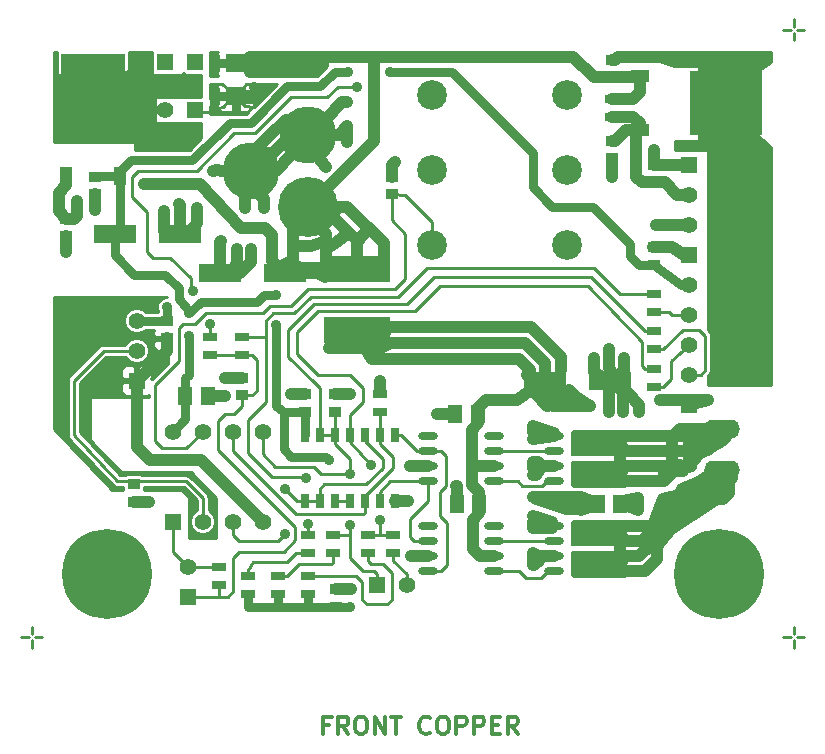
<source format=gtl>
G04 (created by PCBNEW (2013-07-07 BZR 4022)-stable) date 2/14/2016 6:55:42 AM*
%MOIN*%
G04 Gerber Fmt 3.4, Leading zero omitted, Abs format*
%FSLAX34Y34*%
G01*
G70*
G90*
G04 APERTURE LIST*
%ADD10C,0.00590551*%
%ADD11C,0.011811*%
%ADD12C,0.008*%
%ADD13C,0.022*%
%ADD14O,0.065X0.025*%
%ADD15R,0.025X0.05*%
%ADD16R,0.045X0.025*%
%ADD17R,0.055X0.055*%
%ADD18C,0.055*%
%ADD19O,0.12X0.062*%
%ADD20O,0.12X0.063*%
%ADD21R,0.221X0.091*%
%ADD22C,0.19*%
%ADD23C,0.2*%
%ADD24C,0.099*%
%ADD25C,0.3*%
%ADD26R,0.141701X0.063*%
%ADD27R,0.0394016X0.0354016*%
%ADD28R,0.0629016X0.0392992*%
%ADD29R,0.244X0.2125*%
%ADD30R,0.0512X0.059*%
%ADD31R,0.0392992X0.0629016*%
%ADD32R,0.2125X0.244*%
%ADD33R,0.071X0.063*%
%ADD34C,0.04*%
%ADD35C,0.035*%
%ADD36C,0.01*%
%ADD37C,0.04*%
%ADD38C,0.03*%
G04 APERTURE END LIST*
G54D10*
G54D11*
X34512Y-35679D02*
X34316Y-35679D01*
X34316Y-35989D02*
X34316Y-35398D01*
X34597Y-35398D01*
X35159Y-35989D02*
X34962Y-35707D01*
X34822Y-35989D02*
X34822Y-35398D01*
X35047Y-35398D01*
X35103Y-35426D01*
X35131Y-35454D01*
X35159Y-35510D01*
X35159Y-35595D01*
X35131Y-35651D01*
X35103Y-35679D01*
X35047Y-35707D01*
X34822Y-35707D01*
X35525Y-35398D02*
X35637Y-35398D01*
X35693Y-35426D01*
X35750Y-35482D01*
X35778Y-35595D01*
X35778Y-35792D01*
X35750Y-35904D01*
X35693Y-35960D01*
X35637Y-35989D01*
X35525Y-35989D01*
X35469Y-35960D01*
X35412Y-35904D01*
X35384Y-35792D01*
X35384Y-35595D01*
X35412Y-35482D01*
X35469Y-35426D01*
X35525Y-35398D01*
X36031Y-35989D02*
X36031Y-35398D01*
X36368Y-35989D01*
X36368Y-35398D01*
X36565Y-35398D02*
X36903Y-35398D01*
X36734Y-35989D02*
X36734Y-35398D01*
X37887Y-35932D02*
X37859Y-35960D01*
X37774Y-35989D01*
X37718Y-35989D01*
X37634Y-35960D01*
X37578Y-35904D01*
X37550Y-35848D01*
X37521Y-35735D01*
X37521Y-35651D01*
X37550Y-35539D01*
X37578Y-35482D01*
X37634Y-35426D01*
X37718Y-35398D01*
X37774Y-35398D01*
X37859Y-35426D01*
X37887Y-35454D01*
X38253Y-35398D02*
X38365Y-35398D01*
X38421Y-35426D01*
X38478Y-35482D01*
X38506Y-35595D01*
X38506Y-35792D01*
X38478Y-35904D01*
X38421Y-35960D01*
X38365Y-35989D01*
X38253Y-35989D01*
X38196Y-35960D01*
X38140Y-35904D01*
X38112Y-35792D01*
X38112Y-35595D01*
X38140Y-35482D01*
X38196Y-35426D01*
X38253Y-35398D01*
X38759Y-35989D02*
X38759Y-35398D01*
X38984Y-35398D01*
X39040Y-35426D01*
X39068Y-35454D01*
X39096Y-35510D01*
X39096Y-35595D01*
X39068Y-35651D01*
X39040Y-35679D01*
X38984Y-35707D01*
X38759Y-35707D01*
X39349Y-35989D02*
X39349Y-35398D01*
X39574Y-35398D01*
X39630Y-35426D01*
X39659Y-35454D01*
X39687Y-35510D01*
X39687Y-35595D01*
X39659Y-35651D01*
X39630Y-35679D01*
X39574Y-35707D01*
X39349Y-35707D01*
X39940Y-35679D02*
X40137Y-35679D01*
X40221Y-35989D02*
X39940Y-35989D01*
X39940Y-35398D01*
X40221Y-35398D01*
X40812Y-35989D02*
X40615Y-35707D01*
X40474Y-35989D02*
X40474Y-35398D01*
X40699Y-35398D01*
X40755Y-35426D01*
X40783Y-35454D01*
X40812Y-35510D01*
X40812Y-35595D01*
X40783Y-35651D01*
X40755Y-35679D01*
X40699Y-35707D01*
X40474Y-35707D01*
G54D12*
X42620Y-26910D02*
X42620Y-27680D01*
X44420Y-27680D02*
X44420Y-26910D01*
X44420Y-26910D02*
X42620Y-26910D01*
G54D13*
X44350Y-27050D02*
X42690Y-27050D01*
X44350Y-27250D02*
X42690Y-27250D01*
X44350Y-27650D02*
X42690Y-27650D01*
X44350Y-27450D02*
X42690Y-27450D01*
X44350Y-26350D02*
X42690Y-26350D01*
X44350Y-26550D02*
X42690Y-26550D01*
X44350Y-26150D02*
X42690Y-26150D01*
X44350Y-25950D02*
X42690Y-25950D01*
G54D12*
X44420Y-26690D02*
X44420Y-25920D01*
X42620Y-25920D02*
X42620Y-26690D01*
X42620Y-26690D02*
X44420Y-26690D01*
X42620Y-29910D02*
X42620Y-30680D01*
X44420Y-30680D02*
X44420Y-29910D01*
X44420Y-29910D02*
X42620Y-29910D01*
G54D13*
X44350Y-30050D02*
X42690Y-30050D01*
X44350Y-30250D02*
X42690Y-30250D01*
X44350Y-30650D02*
X42690Y-30650D01*
X44350Y-30450D02*
X42690Y-30450D01*
X44350Y-29350D02*
X42690Y-29350D01*
X44350Y-29550D02*
X42690Y-29550D01*
X44350Y-29150D02*
X42690Y-29150D01*
X44350Y-28950D02*
X42690Y-28950D01*
G54D12*
X44420Y-29690D02*
X44420Y-28920D01*
X42620Y-28920D02*
X42620Y-29690D01*
X42620Y-29690D02*
X44420Y-29690D01*
G54D14*
X37800Y-26050D03*
X37800Y-26550D03*
X37800Y-27050D03*
X37800Y-27550D03*
X40000Y-27550D03*
X40000Y-27050D03*
X40000Y-26550D03*
X40000Y-26050D03*
X37800Y-29050D03*
X37800Y-29550D03*
X37800Y-30050D03*
X37800Y-30550D03*
X40000Y-30550D03*
X40000Y-30050D03*
X40000Y-29550D03*
X40000Y-29050D03*
G54D15*
X33700Y-28200D03*
X34200Y-28200D03*
X34700Y-28200D03*
X35200Y-28200D03*
X35700Y-28200D03*
X36200Y-28200D03*
X36700Y-28200D03*
X36700Y-26000D03*
X36200Y-26000D03*
X35700Y-26000D03*
X35200Y-26000D03*
X34700Y-26000D03*
X34200Y-26000D03*
X33700Y-26000D03*
G54D16*
X36200Y-25250D03*
X36200Y-24650D03*
X30550Y-23350D03*
X30550Y-22750D03*
G54D17*
X29800Y-31400D03*
G54D18*
X29800Y-30400D03*
G54D19*
X47600Y-27188D03*
G54D20*
X47600Y-25811D03*
G54D21*
X35430Y-22514D03*
X35430Y-20486D03*
G54D22*
X31900Y-17200D03*
X33800Y-16000D03*
G54D23*
X33800Y-18400D03*
G54D24*
X37950Y-19670D03*
X37950Y-17170D03*
X37950Y-14670D03*
X42450Y-19670D03*
X42450Y-17170D03*
X42450Y-14670D03*
G54D25*
X27100Y-30650D03*
X47500Y-30650D03*
G54D17*
X29300Y-28900D03*
G54D18*
X30300Y-28900D03*
X31300Y-28900D03*
X32300Y-28900D03*
X32300Y-25900D03*
X31300Y-25900D03*
X30300Y-25900D03*
X29300Y-25900D03*
G54D26*
X41717Y-24200D03*
X43882Y-24200D03*
X33032Y-20600D03*
X30867Y-20600D03*
X27367Y-19300D03*
X29532Y-19300D03*
G54D27*
X33700Y-25245D03*
X33700Y-24654D03*
X25750Y-18804D03*
X25750Y-19395D03*
X29100Y-22795D03*
X29100Y-22204D03*
X43950Y-14095D03*
X43950Y-13504D03*
X28000Y-28245D03*
X28000Y-27654D03*
X43950Y-16204D03*
X43950Y-16795D03*
X26700Y-17404D03*
X26700Y-17995D03*
G54D28*
X44870Y-14062D03*
X44870Y-15857D03*
G54D29*
X47744Y-14960D03*
G54D17*
X28100Y-24200D03*
G54D18*
X28100Y-23200D03*
X28100Y-22200D03*
G54D17*
X46500Y-25000D03*
G54D18*
X46500Y-26000D03*
X46500Y-27000D03*
X46500Y-28000D03*
G54D17*
X46500Y-17000D03*
G54D18*
X46500Y-18000D03*
X46500Y-19000D03*
G54D16*
X43950Y-14800D03*
X43950Y-15400D03*
G54D30*
X29725Y-24700D03*
X30475Y-24700D03*
X43475Y-28300D03*
X44225Y-28300D03*
X38775Y-28300D03*
X39525Y-28300D03*
X38725Y-25300D03*
X39475Y-25300D03*
G54D16*
X33800Y-29350D03*
X33800Y-29950D03*
X45350Y-24400D03*
X45350Y-23800D03*
X36650Y-29350D03*
X36650Y-29950D03*
X45350Y-21900D03*
X45350Y-21300D03*
X35800Y-29350D03*
X35800Y-29950D03*
X45350Y-23150D03*
X45350Y-22550D03*
X33800Y-31300D03*
X33800Y-30700D03*
X31800Y-31300D03*
X31800Y-30700D03*
X32800Y-31300D03*
X32800Y-30700D03*
G54D17*
X36100Y-31000D03*
G54D18*
X37100Y-31000D03*
G54D27*
X34700Y-25245D03*
X34700Y-24654D03*
X45350Y-20345D03*
X45350Y-19754D03*
X36600Y-17995D03*
X36600Y-17404D03*
X31600Y-24695D03*
X31600Y-24104D03*
G54D16*
X34650Y-29350D03*
X34650Y-29950D03*
G54D17*
X46500Y-20000D03*
G54D18*
X46500Y-21000D03*
X46500Y-22000D03*
X46500Y-23000D03*
X46500Y-24000D03*
G54D31*
X25752Y-17389D03*
X27547Y-17389D03*
G54D32*
X26650Y-14515D03*
G54D14*
X42000Y-26050D03*
X42000Y-26550D03*
X42000Y-27050D03*
X42000Y-27550D03*
X44200Y-27550D03*
X44200Y-27050D03*
X44200Y-26550D03*
X44200Y-26050D03*
X42000Y-29050D03*
X42000Y-29550D03*
X42000Y-30050D03*
X42000Y-30550D03*
X44200Y-30550D03*
X44200Y-30050D03*
X44200Y-29550D03*
X44200Y-29050D03*
G54D27*
X45350Y-17595D03*
X45350Y-17004D03*
X34750Y-31745D03*
X34750Y-31154D03*
G54D17*
X30050Y-15175D03*
G54D18*
X29050Y-15175D03*
G54D17*
X29050Y-13575D03*
X30050Y-13575D03*
G54D16*
X31600Y-22750D03*
X31600Y-23350D03*
X30850Y-30400D03*
X30850Y-31000D03*
G54D33*
X31400Y-13625D03*
X31400Y-14725D03*
G54D34*
X34400Y-19600D03*
X33910Y-19710D03*
X32050Y-13900D03*
X32050Y-13425D03*
X26100Y-18200D03*
X28350Y-17650D03*
X42300Y-25050D03*
X42900Y-28090D03*
X41300Y-30350D03*
X41300Y-28080D03*
X41700Y-28080D03*
X41300Y-26920D03*
X41300Y-27340D03*
X42750Y-25050D03*
X43200Y-25050D03*
X41300Y-29940D03*
X42900Y-28510D03*
X45700Y-28150D03*
X47650Y-28150D03*
X47250Y-28150D03*
X47150Y-24850D03*
X45550Y-24850D03*
X45700Y-28550D03*
X47150Y-26500D03*
G54D35*
X33050Y-29300D03*
X33050Y-27800D03*
X29980Y-21230D03*
X30550Y-22300D03*
X35450Y-14400D03*
X33800Y-28990D03*
X33750Y-27450D03*
X35200Y-29000D03*
X35200Y-27300D03*
X36200Y-28850D03*
X35900Y-27000D03*
X35200Y-31750D03*
X34500Y-26850D03*
X29850Y-22700D03*
X29850Y-21950D03*
X35150Y-13900D03*
X36550Y-13900D03*
X32750Y-22350D03*
X32750Y-21350D03*
X29100Y-21750D03*
G54D34*
X48300Y-13400D03*
X47700Y-13400D03*
X48900Y-13400D03*
X35125Y-15700D03*
X35125Y-16250D03*
X32360Y-18440D03*
X32506Y-16056D03*
X31710Y-18440D03*
X34400Y-17075D03*
X35100Y-14900D03*
X47050Y-16350D03*
X47750Y-16350D03*
X48450Y-16350D03*
X31050Y-24100D03*
X44350Y-23450D03*
X44300Y-25250D03*
X30640Y-17200D03*
X35250Y-31150D03*
X45350Y-16500D03*
X43850Y-23150D03*
X28150Y-13850D03*
X28150Y-15700D03*
X28150Y-14500D03*
X28150Y-15150D03*
X36700Y-16900D03*
X45400Y-19000D03*
X38760Y-27700D03*
X41300Y-25700D03*
X41300Y-28700D03*
X41300Y-29130D03*
X44800Y-28100D03*
X44800Y-28520D03*
X29000Y-18550D03*
X29500Y-18300D03*
X30900Y-19550D03*
X31050Y-24700D03*
X28500Y-28250D03*
X36200Y-24200D03*
X35200Y-24650D03*
X33243Y-24656D03*
X44850Y-25250D03*
X38100Y-25300D03*
X43950Y-17400D03*
X31900Y-19800D03*
X31450Y-19800D03*
X30100Y-18450D03*
X26700Y-18500D03*
X25750Y-19900D03*
X44450Y-13400D03*
X46500Y-13400D03*
X47100Y-13400D03*
X37150Y-28200D03*
X37250Y-30050D03*
X43350Y-23450D03*
X41300Y-26140D03*
X43850Y-25250D03*
X37200Y-27050D03*
G54D35*
X32025Y-14425D03*
X32025Y-14775D03*
G54D36*
X24600Y-32650D02*
X24600Y-32400D01*
X24700Y-32750D02*
X24950Y-32750D01*
X49900Y-32750D02*
X49650Y-32750D01*
X50000Y-32650D02*
X50000Y-32400D01*
X50000Y-12600D02*
X50000Y-12850D01*
X49900Y-12500D02*
X49650Y-12500D01*
X50100Y-12500D02*
X50350Y-12500D01*
X50000Y-12400D02*
X50000Y-12150D01*
X50000Y-32850D02*
X50000Y-33100D01*
X50100Y-32750D02*
X50350Y-32750D01*
X24500Y-32750D02*
X24250Y-32750D01*
X24600Y-32850D02*
X24600Y-33100D01*
G54D37*
X45350Y-17595D02*
X45695Y-17595D01*
X46500Y-18000D02*
X46100Y-18000D01*
X44750Y-15977D02*
X44870Y-15857D01*
X44750Y-17400D02*
X44750Y-15977D01*
X44945Y-17595D02*
X44750Y-17400D01*
X45695Y-17595D02*
X44945Y-17595D01*
X46100Y-18000D02*
X45695Y-17595D01*
X43950Y-16204D02*
X44045Y-16204D01*
X44400Y-15850D02*
X44870Y-15857D01*
X44045Y-16204D02*
X44400Y-15850D01*
X43950Y-15400D02*
X44650Y-15400D01*
X44870Y-15620D02*
X44870Y-15857D01*
X44650Y-15400D02*
X44870Y-15620D01*
G54D36*
X40000Y-29550D02*
X40400Y-29550D01*
X41050Y-29550D02*
X41050Y-29550D01*
X40400Y-29550D02*
X41050Y-29550D01*
X40400Y-29550D02*
X40400Y-29550D01*
X41050Y-29550D02*
X42000Y-29550D01*
X40400Y-26550D02*
X40400Y-26550D01*
X40400Y-26550D02*
X40000Y-26550D01*
X41050Y-26550D02*
X41050Y-26550D01*
X40400Y-26550D02*
X41050Y-26550D01*
X41050Y-26550D02*
X42000Y-26550D01*
G54D37*
X34400Y-19600D02*
X34340Y-19600D01*
X33300Y-18900D02*
X33800Y-18400D01*
X33300Y-19710D02*
X33300Y-18900D01*
X33300Y-20200D02*
X33300Y-19710D01*
X33032Y-20317D02*
X33300Y-20200D01*
X33300Y-19710D02*
X33910Y-19710D01*
X32050Y-13900D02*
X31875Y-13900D01*
X31875Y-13900D02*
X31950Y-13875D01*
X32050Y-13425D02*
X31875Y-13425D01*
X31875Y-13425D02*
X31950Y-13400D01*
X32050Y-13900D02*
X32426Y-13618D01*
X32175Y-13625D02*
X32050Y-13900D01*
X32426Y-13618D02*
X32526Y-13518D01*
X32050Y-13450D02*
X32050Y-13425D01*
X32050Y-13450D02*
X32175Y-13625D01*
X32000Y-13625D02*
X32175Y-13625D01*
X35600Y-13400D02*
X32050Y-13425D01*
X32000Y-13625D02*
X31400Y-13625D01*
X25752Y-17389D02*
X25752Y-17697D01*
X25500Y-18554D02*
X25750Y-18804D01*
X25500Y-17950D02*
X25500Y-18554D01*
X25752Y-17697D02*
X25500Y-17950D01*
X26100Y-18200D02*
X26100Y-18700D01*
X25995Y-18804D02*
X25750Y-18804D01*
X26100Y-18700D02*
X25995Y-18804D01*
X35600Y-16600D02*
X36000Y-16200D01*
X33800Y-18400D02*
X35600Y-16600D01*
X36000Y-13400D02*
X35600Y-13400D01*
X36000Y-16200D02*
X36000Y-13400D01*
X43345Y-14095D02*
X42650Y-13400D01*
X42650Y-13400D02*
X35600Y-13400D01*
X43950Y-14095D02*
X43345Y-14095D01*
X35430Y-19570D02*
X35440Y-19570D01*
X35440Y-19570D02*
X35720Y-19290D01*
X35180Y-19280D02*
X34590Y-19710D01*
X34590Y-19710D02*
X34350Y-19600D01*
X34350Y-19600D02*
X34340Y-19600D01*
X34340Y-19600D02*
X34400Y-19600D01*
X33910Y-19710D02*
X34200Y-19600D01*
X34400Y-19450D02*
X34400Y-19600D01*
X34400Y-19600D02*
X34400Y-20450D01*
X33650Y-20450D02*
X33032Y-20317D01*
X34400Y-20450D02*
X33650Y-20450D01*
X33032Y-20600D02*
X34105Y-20600D01*
X34105Y-20600D02*
X34390Y-20750D01*
X33032Y-20600D02*
X33000Y-20600D01*
X30200Y-17650D02*
X28350Y-17650D01*
X33000Y-20600D02*
X32600Y-20200D01*
X32600Y-20200D02*
X32600Y-19360D01*
X32600Y-19360D02*
X32380Y-19120D01*
X32380Y-19120D02*
X31580Y-19120D01*
X31580Y-19120D02*
X30200Y-17650D01*
X43950Y-14800D02*
X44650Y-14800D01*
X44870Y-14579D02*
X44870Y-14062D01*
X44650Y-14800D02*
X44870Y-14579D01*
X33032Y-20600D02*
X33032Y-20317D01*
X33800Y-18700D02*
X34400Y-19300D01*
X33800Y-18400D02*
X33800Y-18700D01*
X43950Y-14095D02*
X44837Y-14095D01*
X44837Y-14095D02*
X44870Y-14062D01*
X35430Y-20486D02*
X35430Y-19570D01*
X35430Y-19570D02*
X35430Y-19530D01*
X35430Y-19530D02*
X35180Y-19280D01*
X35180Y-19280D02*
X34600Y-18700D01*
X34600Y-18700D02*
X34800Y-18400D01*
X34800Y-18400D02*
X33800Y-18400D01*
X36350Y-19600D02*
X36350Y-19600D01*
X36350Y-20050D02*
X36350Y-19600D01*
X35100Y-18400D02*
X33800Y-18400D01*
X36350Y-19600D02*
X35100Y-18400D01*
X33800Y-18400D02*
X34600Y-18400D01*
X43200Y-25050D02*
X42755Y-24745D01*
X39300Y-28850D02*
X39300Y-29800D01*
X39525Y-28625D02*
X39300Y-28850D01*
X39525Y-28300D02*
X39525Y-28625D01*
X39550Y-30050D02*
X40000Y-30050D01*
X39300Y-29800D02*
X39550Y-30050D01*
X40000Y-27050D02*
X39288Y-27050D01*
X39288Y-27050D02*
X39288Y-27049D01*
X41800Y-25040D02*
X41810Y-25050D01*
X41790Y-25040D02*
X41410Y-24660D01*
X41800Y-25040D02*
X41790Y-25040D01*
X42750Y-25050D02*
X42790Y-25010D01*
X42760Y-24750D02*
X42520Y-24510D01*
X42760Y-25010D02*
X42760Y-24750D01*
X42790Y-25010D02*
X42760Y-25010D01*
X42300Y-25050D02*
X42750Y-25050D01*
X39748Y-24850D02*
X39475Y-25100D01*
X39290Y-27300D02*
X39290Y-27690D01*
X39288Y-27049D02*
X39290Y-27300D01*
X39290Y-27690D02*
X39525Y-27925D01*
X39525Y-27925D02*
X39525Y-28300D01*
X42750Y-25050D02*
X42800Y-25050D01*
X42800Y-25050D02*
X43200Y-25050D01*
X42480Y-28490D02*
X42453Y-28490D01*
X42453Y-28490D02*
X41400Y-28140D01*
X41700Y-28080D02*
X41937Y-28080D01*
X42900Y-28090D02*
X42103Y-28090D01*
X42900Y-28090D02*
X43475Y-28300D01*
X42900Y-28510D02*
X42900Y-28090D01*
X43475Y-28300D02*
X43475Y-28300D01*
X41300Y-26920D02*
X41300Y-27130D01*
X41300Y-30350D02*
X41350Y-30350D01*
X41500Y-30200D02*
X41300Y-30200D01*
X41350Y-30350D02*
X41500Y-30200D01*
X41300Y-29940D02*
X41300Y-30200D01*
X41300Y-28080D02*
X41700Y-28080D01*
X41690Y-28080D02*
X41700Y-28080D01*
X41700Y-28080D02*
X41690Y-28080D01*
X41700Y-28080D02*
X42120Y-28080D01*
X42878Y-28488D02*
X42900Y-28510D01*
X42048Y-28218D02*
X42480Y-28490D01*
X42480Y-28490D02*
X42878Y-28488D01*
X41300Y-27340D02*
X41420Y-27340D01*
X41420Y-27340D02*
X41510Y-27230D01*
X41300Y-26920D02*
X41470Y-26920D01*
X41470Y-26920D02*
X41600Y-27050D01*
X42000Y-27050D02*
X41600Y-27050D01*
X41950Y-24200D02*
X42750Y-25050D01*
X41717Y-24200D02*
X41950Y-24200D01*
X41717Y-24200D02*
X41717Y-24767D01*
X41717Y-24767D02*
X41993Y-25053D01*
X41993Y-25053D02*
X42300Y-25050D01*
X41110Y-24000D02*
X41210Y-23850D01*
X35830Y-23350D02*
X35950Y-23470D01*
X35950Y-23470D02*
X40840Y-23470D01*
X40840Y-23470D02*
X41210Y-23850D01*
X35830Y-23350D02*
X35430Y-22514D01*
X35430Y-22514D02*
X36014Y-22514D01*
X41717Y-23617D02*
X41717Y-24200D01*
X41040Y-22940D02*
X41717Y-23617D01*
X34500Y-23100D02*
X36235Y-23100D01*
X36235Y-23100D02*
X36555Y-22940D01*
X36555Y-22940D02*
X41040Y-22940D01*
X36014Y-22514D02*
X34500Y-23100D01*
X35430Y-22514D02*
X36386Y-22514D01*
X42250Y-23400D02*
X42250Y-23850D01*
X41250Y-22400D02*
X42250Y-23400D01*
X36422Y-22400D02*
X41250Y-22400D01*
X36386Y-22514D02*
X36422Y-22550D01*
X43200Y-25050D02*
X42400Y-25050D01*
X42400Y-25050D02*
X42050Y-24550D01*
X42067Y-24550D02*
X41717Y-24200D01*
X42050Y-24550D02*
X42067Y-24550D01*
X41300Y-29940D02*
X41502Y-30048D01*
X41502Y-30048D02*
X42000Y-30050D01*
X39748Y-24850D02*
X40781Y-24850D01*
X40781Y-24850D02*
X41717Y-24191D01*
X39280Y-25850D02*
X39288Y-27049D01*
X39475Y-25300D02*
X39475Y-25625D01*
X39475Y-25625D02*
X39280Y-25850D01*
X39475Y-25100D02*
X39475Y-25300D01*
X42900Y-28510D02*
X43500Y-28300D01*
X45700Y-28150D02*
X45650Y-28150D01*
X45750Y-28100D02*
X45700Y-28150D01*
X46280Y-28000D02*
X45750Y-28100D01*
X45363Y-28857D02*
X45350Y-28976D01*
X45650Y-28150D02*
X45363Y-28857D01*
X46500Y-28000D02*
X46100Y-28000D01*
X46100Y-28000D02*
X45750Y-28350D01*
X47850Y-27188D02*
X47850Y-27950D01*
X47650Y-28150D02*
X47250Y-28150D01*
X47250Y-28150D02*
X47450Y-28150D01*
X45450Y-29700D02*
X45925Y-29143D01*
X45925Y-29143D02*
X47450Y-28150D01*
X47950Y-27450D02*
X47950Y-27188D01*
X47250Y-28150D02*
X47730Y-27670D01*
X47730Y-27670D02*
X47950Y-27450D01*
X47850Y-27950D02*
X47650Y-28150D01*
X46500Y-25000D02*
X47150Y-24850D01*
X47100Y-24850D02*
X45550Y-24850D01*
X46500Y-25000D02*
X47100Y-24850D01*
X45826Y-28623D02*
X45823Y-28623D01*
X45823Y-28623D02*
X45700Y-28550D01*
X47911Y-27188D02*
X47850Y-27188D01*
X46950Y-27500D02*
X46860Y-27590D01*
X46280Y-27830D02*
X46280Y-28000D01*
X46860Y-27590D02*
X46280Y-27830D01*
X47950Y-27188D02*
X47411Y-27188D01*
X47411Y-27188D02*
X46950Y-27500D01*
X46950Y-27500D02*
X46940Y-27510D01*
X46500Y-28000D02*
X47088Y-28050D01*
X47088Y-28050D02*
X47150Y-27988D01*
X47150Y-27988D02*
X47000Y-27800D01*
X47000Y-27800D02*
X47950Y-27188D01*
X46500Y-28000D02*
X46280Y-28000D01*
X45250Y-29050D02*
X45350Y-28976D01*
X44200Y-29050D02*
X45250Y-29050D01*
X45350Y-28976D02*
X45826Y-28623D01*
X45826Y-28623D02*
X46400Y-28000D01*
X46750Y-28200D02*
X45660Y-29140D01*
X44200Y-29550D02*
X44950Y-29550D01*
X44950Y-29550D02*
X45600Y-28900D01*
X44200Y-30550D02*
X45050Y-30550D01*
X45050Y-30550D02*
X45450Y-30150D01*
X45450Y-30150D02*
X45450Y-29700D01*
X44200Y-30050D02*
X44850Y-30050D01*
X44850Y-30050D02*
X45550Y-29400D01*
X45550Y-29400D02*
X45450Y-29700D01*
X45450Y-29700D02*
X45660Y-29140D01*
X45660Y-29140D02*
X45600Y-28900D01*
X45600Y-28900D02*
X46084Y-28385D01*
X44200Y-30550D02*
X44200Y-30050D01*
X44200Y-30050D02*
X44200Y-29550D01*
X44200Y-29050D02*
X44200Y-29550D01*
X46900Y-26430D02*
X46900Y-26600D01*
X47130Y-26520D02*
X46900Y-26430D01*
X47150Y-26500D02*
X47130Y-26520D01*
X47600Y-26200D02*
X46900Y-26600D01*
X46900Y-26600D02*
X47416Y-26304D01*
X47416Y-26304D02*
X47020Y-26480D01*
X46500Y-27000D02*
X47020Y-26480D01*
X47020Y-26480D02*
X47290Y-26360D01*
X47290Y-26360D02*
X47350Y-26190D01*
X47350Y-26190D02*
X47350Y-26200D01*
X46740Y-25811D02*
X46731Y-25820D01*
X46210Y-25820D02*
X45980Y-26050D01*
X46731Y-25820D02*
X46210Y-25820D01*
X45684Y-27550D02*
X46004Y-27230D01*
X46004Y-27230D02*
X46310Y-27230D01*
X45950Y-27050D02*
X45980Y-27020D01*
X45980Y-27020D02*
X46220Y-27020D01*
X45950Y-26550D02*
X46290Y-26550D01*
X45950Y-26050D02*
X45980Y-26050D01*
X45980Y-26050D02*
X46450Y-26050D01*
X46450Y-26050D02*
X46500Y-26000D01*
X47950Y-25811D02*
X47950Y-25850D01*
X47600Y-26200D02*
X47350Y-26200D01*
X47950Y-25850D02*
X47600Y-26200D01*
X47350Y-26200D02*
X46800Y-26200D01*
X46800Y-26200D02*
X46500Y-26500D01*
X46500Y-27000D02*
X46500Y-26500D01*
X46500Y-26500D02*
X46500Y-26000D01*
X47950Y-25811D02*
X46740Y-25811D01*
X46740Y-25811D02*
X46688Y-25811D01*
X46688Y-25811D02*
X46500Y-26000D01*
X45950Y-26560D02*
X45950Y-26550D01*
X45950Y-26550D02*
X45950Y-26050D01*
X45350Y-26050D02*
X45950Y-26050D01*
X45350Y-26050D02*
X44200Y-26050D01*
X45950Y-27050D02*
X45950Y-26560D01*
X45350Y-26550D02*
X45940Y-26550D01*
X45350Y-26550D02*
X44200Y-26550D01*
X45950Y-26560D02*
X45940Y-26550D01*
X45684Y-27550D02*
X45684Y-27315D01*
X45950Y-27050D02*
X44200Y-27050D01*
X45684Y-27315D02*
X45950Y-27050D01*
X45684Y-27550D02*
X45434Y-27550D01*
X44200Y-27550D02*
X45684Y-27550D01*
X44200Y-26050D02*
X44200Y-26550D01*
X44200Y-26550D02*
X44200Y-27050D01*
X44200Y-27050D02*
X44200Y-27550D01*
X44200Y-27550D02*
X44250Y-27500D01*
G54D36*
X36300Y-27100D02*
X36300Y-26800D01*
X35700Y-26200D02*
X35700Y-26000D01*
X36300Y-26800D02*
X35700Y-26200D01*
X33700Y-28200D02*
X33450Y-28200D01*
X33450Y-28200D02*
X33050Y-27800D01*
X31300Y-28900D02*
X31300Y-29350D01*
X31300Y-29350D02*
X31500Y-29550D01*
X32800Y-29550D02*
X31500Y-29550D01*
X33050Y-29300D02*
X32800Y-29550D01*
X35750Y-27650D02*
X36300Y-27100D01*
X34200Y-27800D02*
X34200Y-27800D01*
X34350Y-27650D02*
X35750Y-27650D01*
X34200Y-27800D02*
X34350Y-27650D01*
X34200Y-27800D02*
X34200Y-27800D01*
X33700Y-28200D02*
X34200Y-28200D01*
X34200Y-27800D02*
X34200Y-28200D01*
X36650Y-27100D02*
X36650Y-26750D01*
X35700Y-28200D02*
X35700Y-28050D01*
X36200Y-26300D02*
X36200Y-26000D01*
X36650Y-26750D02*
X36200Y-26300D01*
X35700Y-28050D02*
X36650Y-27100D01*
X31300Y-25900D02*
X31300Y-26550D01*
X31300Y-26550D02*
X31800Y-27050D01*
X31800Y-27050D02*
X31800Y-27050D01*
X36200Y-26000D02*
X36200Y-25150D01*
X31800Y-27050D02*
X33400Y-28650D01*
X35700Y-28600D02*
X35700Y-28200D01*
X35650Y-28650D02*
X35700Y-28600D01*
X33400Y-28650D02*
X35650Y-28650D01*
X30850Y-31400D02*
X31150Y-31400D01*
X31320Y-31230D02*
X31320Y-31230D01*
X31150Y-31400D02*
X31320Y-31230D01*
X29800Y-31400D02*
X30850Y-31400D01*
X30850Y-31300D02*
X30850Y-31000D01*
X30850Y-31400D02*
X30850Y-31300D01*
X31600Y-24695D02*
X31600Y-25050D01*
X31320Y-30098D02*
X31320Y-31230D01*
X31503Y-29900D02*
X33000Y-29900D01*
X33000Y-29900D02*
X33380Y-29520D01*
X33380Y-29080D02*
X33380Y-29520D01*
X30800Y-26500D02*
X33380Y-29080D01*
X30800Y-25550D02*
X30800Y-26500D01*
X31503Y-29900D02*
X31320Y-30098D01*
X31050Y-25300D02*
X30800Y-25550D01*
X31350Y-25300D02*
X31050Y-25300D01*
X31600Y-25050D02*
X31350Y-25300D01*
X30550Y-23350D02*
X31600Y-23350D01*
X31600Y-23350D02*
X31950Y-23350D01*
X31954Y-24695D02*
X31600Y-24695D01*
X32100Y-24550D02*
X31954Y-24695D01*
X32100Y-23500D02*
X32100Y-24550D01*
X31950Y-23350D02*
X32100Y-23500D01*
X35450Y-14400D02*
X34800Y-14400D01*
X34800Y-14400D02*
X34450Y-14750D01*
X34450Y-14750D02*
X33250Y-14750D01*
X31350Y-15950D02*
X32050Y-15950D01*
X27950Y-18075D02*
X27950Y-17400D01*
X29980Y-21230D02*
X29900Y-21150D01*
X28450Y-19925D02*
X28450Y-18575D01*
X28630Y-20105D02*
X28450Y-19925D01*
X29225Y-20105D02*
X28630Y-20105D01*
X29900Y-20780D02*
X29225Y-20105D01*
X29900Y-20780D02*
X29900Y-21150D01*
X28450Y-18575D02*
X27950Y-18075D01*
X28150Y-17200D02*
X30100Y-17200D01*
X27950Y-17400D02*
X28150Y-17200D01*
X31350Y-15950D02*
X30100Y-17200D01*
X32050Y-15950D02*
X33250Y-14750D01*
X30550Y-22750D02*
X30550Y-22300D01*
X32400Y-22750D02*
X32400Y-22200D01*
X32400Y-22200D02*
X32650Y-21950D01*
X32600Y-27400D02*
X31800Y-26600D01*
X31600Y-22750D02*
X32050Y-22750D01*
X31800Y-25500D02*
X31800Y-26050D01*
X32400Y-24900D02*
X31800Y-25500D01*
X32400Y-22750D02*
X32400Y-24900D01*
X32050Y-22750D02*
X32400Y-22750D01*
X31800Y-26050D02*
X31800Y-26600D01*
X33700Y-27400D02*
X33750Y-27450D01*
X32600Y-27400D02*
X33700Y-27400D01*
X33800Y-28990D02*
X33800Y-29350D01*
X44200Y-21300D02*
X45350Y-21300D01*
X32650Y-21950D02*
X33350Y-21950D01*
X33350Y-21950D02*
X33900Y-21400D01*
X33900Y-21400D02*
X36825Y-21400D01*
X36825Y-21400D02*
X37775Y-20450D01*
X37775Y-20450D02*
X43350Y-20450D01*
X44100Y-21200D02*
X43350Y-20450D01*
X44200Y-21300D02*
X44100Y-21200D01*
X29800Y-30400D02*
X29800Y-30400D01*
X29800Y-30400D02*
X29800Y-30400D01*
X29800Y-30400D02*
X30850Y-30400D01*
X29300Y-29900D02*
X29800Y-30400D01*
X29300Y-28900D02*
X29300Y-29900D01*
X29800Y-30400D02*
X29800Y-30400D01*
X30400Y-21950D02*
X32300Y-21950D01*
X32300Y-21950D02*
X32550Y-21700D01*
X29500Y-23550D02*
X29500Y-22450D01*
X30300Y-25900D02*
X29750Y-26450D01*
X28700Y-26200D02*
X28700Y-24350D01*
X28950Y-26450D02*
X28700Y-26200D01*
X29750Y-26450D02*
X28950Y-26450D01*
X28700Y-24350D02*
X29500Y-23550D01*
X30050Y-22300D02*
X30400Y-21950D01*
X29650Y-22300D02*
X30050Y-22300D01*
X29500Y-22450D02*
X29650Y-22300D01*
X36600Y-18850D02*
X36600Y-17995D01*
X36695Y-21155D02*
X33795Y-21155D01*
X33250Y-21700D02*
X32550Y-21700D01*
X33795Y-21155D02*
X33250Y-21700D01*
X37050Y-19300D02*
X37050Y-20800D01*
X37050Y-20800D02*
X36695Y-21155D01*
X36600Y-18850D02*
X37050Y-19300D01*
X36600Y-17995D02*
X37053Y-18003D01*
X37950Y-18900D02*
X37950Y-19670D01*
X37053Y-18003D02*
X37950Y-18900D01*
X28000Y-27654D02*
X28000Y-27550D01*
X27456Y-27550D02*
X28000Y-27550D01*
X28000Y-27550D02*
X29750Y-27550D01*
X30300Y-28100D02*
X30300Y-28900D01*
X30300Y-28100D02*
X29750Y-27550D01*
X28000Y-27654D02*
X28000Y-27654D01*
X27456Y-27550D02*
X26000Y-26000D01*
X26000Y-24200D02*
X26000Y-26000D01*
X27000Y-23200D02*
X26000Y-24200D01*
X28100Y-23200D02*
X27000Y-23200D01*
X35200Y-27300D02*
X34250Y-27300D01*
X34250Y-27300D02*
X34025Y-27075D01*
X35200Y-29350D02*
X35200Y-29250D01*
X35200Y-29000D02*
X35200Y-29250D01*
X32725Y-27075D02*
X34025Y-27075D01*
X32300Y-25900D02*
X32300Y-26650D01*
X32300Y-26650D02*
X32725Y-27075D01*
X32300Y-25900D02*
X32300Y-25900D01*
X35200Y-30000D02*
X35200Y-30100D01*
X35200Y-29350D02*
X35200Y-30000D01*
X34650Y-29350D02*
X35200Y-29350D01*
X35200Y-30100D02*
X35650Y-30550D01*
X35650Y-30550D02*
X36000Y-30550D01*
X36000Y-30550D02*
X36100Y-30650D01*
X36100Y-30650D02*
X36100Y-31000D01*
X34700Y-26000D02*
X34700Y-26300D01*
X35200Y-27300D02*
X35200Y-26800D01*
X35200Y-26800D02*
X34700Y-26300D01*
X34200Y-24450D02*
X34000Y-24250D01*
X45350Y-22550D02*
X45050Y-22550D01*
X45050Y-22550D02*
X45000Y-22500D01*
X37100Y-21650D02*
X38000Y-20750D01*
X38000Y-20750D02*
X43150Y-20750D01*
X37100Y-21650D02*
X34000Y-21650D01*
X34000Y-24250D02*
X34000Y-24250D01*
X34000Y-24250D02*
X33150Y-23400D01*
X33150Y-23400D02*
X33150Y-22500D01*
X33150Y-22500D02*
X34000Y-21650D01*
X34200Y-26000D02*
X34200Y-24450D01*
X45000Y-22500D02*
X43250Y-20750D01*
X43250Y-20750D02*
X43150Y-20750D01*
X34700Y-26000D02*
X34700Y-25245D01*
X34200Y-26000D02*
X34700Y-26000D01*
X37800Y-27550D02*
X37800Y-28200D01*
X37350Y-29550D02*
X37800Y-29550D01*
X36200Y-28200D02*
X36200Y-27900D01*
X36550Y-27550D02*
X37350Y-27550D01*
X37350Y-27550D02*
X37350Y-27550D01*
X37350Y-27550D02*
X37800Y-27550D01*
X36200Y-27900D02*
X36550Y-27550D01*
X37200Y-28800D02*
X37200Y-29400D01*
X37800Y-28200D02*
X37200Y-28800D01*
X37200Y-29400D02*
X37350Y-29550D01*
X40950Y-27710D02*
X40950Y-27700D01*
X40800Y-27550D02*
X40000Y-27550D01*
X40950Y-27700D02*
X40800Y-27550D01*
X42000Y-27550D02*
X41780Y-27550D01*
X41620Y-27710D02*
X40950Y-27710D01*
X41780Y-27550D02*
X41620Y-27710D01*
X37800Y-26550D02*
X38250Y-26550D01*
X38400Y-27700D02*
X38200Y-27900D01*
X38200Y-27900D02*
X38200Y-28700D01*
X38200Y-28700D02*
X38450Y-28950D01*
X38450Y-28950D02*
X38450Y-30350D01*
X38450Y-30350D02*
X38250Y-30550D01*
X38250Y-30550D02*
X37800Y-30550D01*
X38400Y-26700D02*
X38400Y-27700D01*
X38250Y-26550D02*
X38400Y-26700D01*
X37800Y-26550D02*
X37450Y-26550D01*
X37450Y-26550D02*
X36900Y-26000D01*
X36700Y-26000D02*
X36900Y-26000D01*
X41080Y-30780D02*
X41570Y-30780D01*
X41800Y-30550D02*
X41570Y-30780D01*
X42000Y-30550D02*
X41800Y-30550D01*
X41080Y-30780D02*
X40850Y-30550D01*
X40850Y-30550D02*
X40000Y-30550D01*
X34700Y-28200D02*
X35200Y-28200D01*
X35900Y-27000D02*
X35900Y-27000D01*
X35200Y-26250D02*
X35200Y-26000D01*
X35900Y-27000D02*
X35200Y-26250D01*
X36200Y-28850D02*
X36200Y-29350D01*
X35800Y-29350D02*
X35950Y-29350D01*
X35950Y-29350D02*
X36200Y-29350D01*
X36200Y-29350D02*
X36650Y-29350D01*
X35200Y-25350D02*
X35650Y-24900D01*
X35200Y-24000D02*
X35000Y-24000D01*
X35650Y-24450D02*
X35200Y-24000D01*
X35650Y-24900D02*
X35650Y-24450D01*
X45350Y-23800D02*
X45050Y-23800D01*
X43141Y-21050D02*
X44950Y-22906D01*
X33450Y-22570D02*
X34140Y-21880D01*
X35000Y-24000D02*
X34150Y-24000D01*
X34150Y-24000D02*
X33450Y-23300D01*
X33450Y-23300D02*
X33450Y-22570D01*
X35200Y-25350D02*
X35200Y-26000D01*
X35200Y-25350D02*
X35200Y-25350D01*
X37370Y-21880D02*
X38200Y-21050D01*
X34140Y-21880D02*
X37370Y-21880D01*
X38200Y-21050D02*
X43141Y-21050D01*
X44950Y-23700D02*
X44950Y-22906D01*
X45050Y-23800D02*
X44950Y-23700D01*
G54D38*
X30240Y-21589D02*
X32110Y-21589D01*
X32110Y-21589D02*
X32350Y-21350D01*
X35150Y-13900D02*
X34700Y-13900D01*
X34700Y-13900D02*
X34225Y-14375D01*
X33125Y-14375D02*
X34225Y-14375D01*
X27547Y-17202D02*
X27547Y-17389D01*
X27547Y-17202D02*
X27900Y-16850D01*
X29950Y-16850D02*
X31200Y-15600D01*
X29950Y-16850D02*
X27900Y-16850D01*
X31900Y-15600D02*
X33125Y-14375D01*
X31200Y-15600D02*
X31900Y-15600D01*
X32800Y-31300D02*
X32800Y-31750D01*
X35195Y-31745D02*
X35200Y-31750D01*
X32995Y-26495D02*
X33250Y-26750D01*
X32995Y-25245D02*
X32995Y-26495D01*
X35195Y-31745D02*
X34750Y-31745D01*
X34250Y-26750D02*
X33250Y-26750D01*
X34400Y-26750D02*
X34250Y-26750D01*
X34500Y-26850D02*
X34400Y-26750D01*
X29850Y-21950D02*
X29875Y-21925D01*
X29850Y-24000D02*
X29725Y-24125D01*
X29850Y-22700D02*
X29850Y-24000D01*
X38599Y-13900D02*
X38600Y-13900D01*
X41300Y-16600D02*
X41300Y-17750D01*
X38600Y-13900D02*
X41300Y-16600D01*
X44550Y-19650D02*
X44550Y-20050D01*
X44550Y-20050D02*
X44845Y-20345D01*
X44845Y-20345D02*
X45350Y-20345D01*
X44550Y-19650D02*
X43300Y-18400D01*
X43300Y-18400D02*
X41950Y-18400D01*
X41950Y-18400D02*
X41300Y-17750D01*
X38599Y-13900D02*
X38599Y-13900D01*
X38599Y-13900D02*
X36850Y-13900D01*
X36550Y-13900D02*
X36850Y-13900D01*
X33800Y-31750D02*
X34695Y-31750D01*
X33800Y-31750D02*
X33800Y-31750D01*
X33800Y-31300D02*
X33800Y-31750D01*
X31800Y-31750D02*
X31950Y-31750D01*
X31950Y-31750D02*
X32550Y-31750D01*
X32550Y-31750D02*
X32800Y-31750D01*
X32800Y-31750D02*
X33800Y-31750D01*
X31800Y-31300D02*
X31800Y-31750D01*
X29050Y-20675D02*
X29500Y-21125D01*
X29500Y-21125D02*
X29500Y-21492D01*
X29500Y-21492D02*
X29875Y-21925D01*
X27367Y-20017D02*
X28025Y-20675D01*
X28025Y-20675D02*
X29050Y-20675D01*
X27367Y-19300D02*
X27367Y-20017D01*
X30240Y-21589D02*
X29875Y-21925D01*
X32995Y-25245D02*
X32750Y-25050D01*
X32750Y-25050D02*
X32750Y-22350D01*
X32350Y-21350D02*
X32750Y-21350D01*
X33000Y-25245D02*
X32995Y-25245D01*
X33700Y-25245D02*
X33000Y-25245D01*
X29725Y-24125D02*
X29725Y-24700D01*
X29725Y-24700D02*
X29725Y-25475D01*
X29725Y-25475D02*
X29300Y-25900D01*
X28100Y-22200D02*
X29095Y-22200D01*
X29095Y-22200D02*
X29100Y-22204D01*
X45350Y-20345D02*
X45350Y-20350D01*
X45350Y-20350D02*
X46250Y-21000D01*
X46250Y-21000D02*
X46500Y-21000D01*
X27547Y-17389D02*
X27547Y-19120D01*
X27547Y-19120D02*
X27367Y-19300D01*
X27547Y-17389D02*
X26715Y-17389D01*
X26715Y-17389D02*
X26700Y-17404D01*
X29100Y-22204D02*
X29100Y-21750D01*
X33700Y-25250D02*
X33700Y-26000D01*
X29095Y-22208D02*
X29100Y-22204D01*
G54D37*
X48900Y-13400D02*
X48300Y-13400D01*
X48300Y-13400D02*
X47700Y-13400D01*
X35125Y-16250D02*
X35125Y-15700D01*
X35125Y-15700D02*
X34850Y-16000D01*
X34850Y-16000D02*
X33800Y-16000D01*
X31710Y-18440D02*
X31710Y-17390D01*
X31710Y-17390D02*
X31900Y-17200D01*
X32360Y-18440D02*
X32360Y-18160D01*
X32360Y-18160D02*
X31900Y-17700D01*
X31900Y-17700D02*
X31900Y-17200D01*
X33800Y-16350D02*
X34400Y-17075D01*
X33800Y-16350D02*
X33800Y-16000D01*
X31900Y-17200D02*
X31900Y-17575D01*
X31900Y-17200D02*
X31900Y-16650D01*
X31900Y-16650D02*
X32506Y-16056D01*
X32506Y-16056D02*
X33075Y-15500D01*
X33800Y-16000D02*
X33900Y-16000D01*
X33900Y-16000D02*
X34950Y-14900D01*
X34950Y-14900D02*
X35100Y-14900D01*
X47744Y-14960D02*
X47744Y-15655D01*
X47744Y-15655D02*
X47050Y-16350D01*
X47744Y-14960D02*
X47744Y-16344D01*
X47744Y-16344D02*
X47750Y-16350D01*
X47744Y-14960D02*
X47744Y-15644D01*
X47744Y-15644D02*
X48450Y-16350D01*
X29095Y-23205D02*
X29095Y-22800D01*
X29095Y-22800D02*
X29100Y-22795D01*
X31600Y-24104D02*
X31054Y-24104D01*
X31054Y-24104D02*
X31050Y-24100D01*
X43882Y-24200D02*
X44000Y-24200D01*
X44350Y-23850D02*
X44350Y-23450D01*
X44000Y-24200D02*
X44350Y-23850D01*
X43882Y-24200D02*
X44045Y-24200D01*
X44300Y-24600D02*
X44300Y-25250D01*
X44045Y-24200D02*
X44300Y-24600D01*
X31900Y-17200D02*
X32750Y-17200D01*
X32750Y-17200D02*
X33255Y-16695D01*
X30930Y-17200D02*
X30780Y-17190D01*
X31900Y-17200D02*
X30930Y-17200D01*
X30780Y-17190D02*
X30640Y-17200D01*
X28100Y-24200D02*
X28850Y-23450D01*
X28850Y-23450D02*
X29095Y-23205D01*
X29095Y-23205D02*
X29100Y-23200D01*
X35250Y-31150D02*
X34754Y-31150D01*
X34754Y-31150D02*
X34750Y-31154D01*
X45350Y-17004D02*
X45350Y-16500D01*
X46500Y-17000D02*
X45354Y-17000D01*
X45354Y-17000D02*
X45350Y-17004D01*
X27314Y-15180D02*
X26650Y-14515D01*
X27184Y-14515D02*
X28150Y-13850D01*
X26650Y-14515D02*
X27184Y-14515D01*
X28150Y-15700D02*
X27800Y-15700D01*
X27750Y-15650D02*
X26750Y-14550D01*
X27800Y-15700D02*
X27750Y-15650D01*
X26650Y-14515D02*
X28134Y-14515D01*
X28134Y-14515D02*
X28150Y-14500D01*
X26650Y-14515D02*
X27065Y-14515D01*
X27065Y-14515D02*
X28150Y-15150D01*
X36600Y-17400D02*
X36600Y-17000D01*
X36600Y-17000D02*
X36700Y-16900D01*
X46500Y-19000D02*
X45400Y-19000D01*
X38775Y-28300D02*
X38775Y-27715D01*
X38775Y-27715D02*
X38760Y-27700D01*
X41300Y-25700D02*
X41300Y-25930D01*
X41960Y-28900D02*
X41300Y-28700D01*
X41960Y-29100D02*
X41960Y-28900D01*
X41450Y-29130D02*
X41300Y-29130D01*
X41450Y-29130D02*
X41960Y-29100D01*
X41300Y-28910D02*
X41300Y-29130D01*
X44800Y-28520D02*
X44300Y-28300D01*
X44800Y-28100D02*
X44300Y-28200D01*
X44800Y-28100D02*
X44800Y-28520D01*
X44250Y-28250D02*
X44300Y-28200D01*
X44300Y-28300D02*
X44280Y-28280D01*
X29000Y-18550D02*
X29020Y-19210D01*
X29020Y-19210D02*
X29532Y-19300D01*
X42000Y-26050D02*
X42000Y-25950D01*
X41300Y-25700D02*
X41300Y-25700D01*
X42000Y-25950D02*
X41300Y-25700D01*
X41300Y-28700D02*
X41300Y-28700D01*
X29532Y-19300D02*
X29532Y-18332D01*
X29532Y-18332D02*
X29500Y-18300D01*
X30867Y-20600D02*
X30867Y-19582D01*
X30867Y-19582D02*
X30900Y-19550D01*
X31050Y-24700D02*
X30475Y-24700D01*
X28000Y-28245D02*
X28495Y-28245D01*
X28495Y-28245D02*
X28500Y-28250D01*
X32300Y-28900D02*
X32300Y-28900D01*
X28100Y-26430D02*
X28100Y-24200D01*
X28530Y-26860D02*
X28100Y-26430D01*
X30260Y-26860D02*
X28530Y-26860D01*
X32300Y-28900D02*
X30260Y-26860D01*
X36200Y-24550D02*
X36200Y-24200D01*
X34700Y-24654D02*
X35195Y-24654D01*
X35195Y-24654D02*
X35200Y-24650D01*
X33700Y-24654D02*
X33245Y-24654D01*
X33245Y-24654D02*
X33243Y-24656D01*
X44450Y-13400D02*
X44150Y-13400D01*
X44045Y-13504D02*
X43950Y-13504D01*
X44150Y-13400D02*
X44045Y-13504D01*
X45350Y-19754D02*
X45304Y-19754D01*
X45350Y-19754D02*
X45950Y-19750D01*
X46341Y-20000D02*
X46500Y-20000D01*
X45950Y-19750D02*
X46341Y-20000D01*
X38725Y-25300D02*
X38100Y-25300D01*
X43950Y-16945D02*
X43950Y-17400D01*
X30867Y-20600D02*
X31550Y-20600D01*
X31900Y-20250D02*
X31900Y-19800D01*
X31550Y-20600D02*
X31900Y-20250D01*
X29532Y-19300D02*
X29532Y-19300D01*
X30867Y-20600D02*
X31300Y-20600D01*
X31450Y-20250D02*
X31450Y-19800D01*
X31300Y-20600D02*
X31450Y-20250D01*
X29532Y-19300D02*
X29850Y-19300D01*
X30101Y-18949D02*
X30100Y-18450D01*
X29850Y-19300D02*
X30101Y-18949D01*
X26700Y-17995D02*
X26700Y-18500D01*
X25750Y-19395D02*
X25750Y-19900D01*
X46500Y-13400D02*
X47100Y-13400D01*
X44450Y-13400D02*
X46500Y-13400D01*
X47684Y-15200D02*
X47684Y-15215D01*
X47100Y-13400D02*
X47700Y-13400D01*
X36700Y-28200D02*
X37150Y-28200D01*
X47684Y-15200D02*
X47684Y-14565D01*
X47684Y-15200D02*
X47700Y-15200D01*
X33800Y-16000D02*
X33261Y-16000D01*
X33261Y-16000D02*
X32500Y-16750D01*
X31900Y-17200D02*
X32475Y-16627D01*
X47684Y-15200D02*
X47684Y-14634D01*
X47684Y-15200D02*
X47684Y-13415D01*
X47684Y-13415D02*
X47700Y-13400D01*
X43850Y-23150D02*
X43850Y-23784D01*
X43882Y-23817D02*
X43882Y-24200D01*
X43850Y-23784D02*
X43882Y-23817D01*
X37250Y-30050D02*
X37800Y-30050D01*
X43800Y-24200D02*
X43360Y-23920D01*
X43360Y-23920D02*
X43350Y-23450D01*
X43882Y-24200D02*
X43800Y-24200D01*
X41300Y-26140D02*
X42000Y-26050D01*
X43882Y-24200D02*
X44330Y-24190D01*
X44330Y-24190D02*
X44200Y-24460D01*
X44200Y-24460D02*
X44500Y-24650D01*
X44500Y-24650D02*
X44850Y-25000D01*
X44850Y-25000D02*
X44850Y-25250D01*
X44850Y-25250D02*
X44850Y-25250D01*
X43882Y-24200D02*
X43600Y-24200D01*
X43850Y-24550D02*
X43882Y-24200D01*
X43850Y-25250D02*
X43850Y-24550D01*
X43850Y-23150D02*
X43850Y-23150D01*
X37800Y-27050D02*
X37350Y-27050D01*
X37350Y-27050D02*
X37200Y-27050D01*
G54D36*
X31400Y-14725D02*
X31325Y-14725D01*
X30980Y-15090D02*
X30800Y-15100D01*
X31325Y-14725D02*
X30980Y-15090D01*
X31400Y-14725D02*
X31375Y-14725D01*
X30950Y-14300D02*
X30800Y-14300D01*
X31375Y-14725D02*
X30950Y-14300D01*
X30050Y-15250D02*
X31325Y-15250D01*
X31400Y-15100D02*
X31400Y-14725D01*
X31325Y-15250D02*
X31400Y-15100D01*
X30825Y-14725D02*
X31400Y-14725D01*
X32025Y-14775D02*
X32025Y-15025D01*
X32025Y-14425D02*
X31950Y-14850D01*
X31950Y-14850D02*
X32025Y-14775D01*
X31800Y-15250D02*
X31550Y-15250D01*
X32025Y-15025D02*
X31800Y-15250D01*
X32025Y-14425D02*
X31900Y-14300D01*
X31900Y-14300D02*
X31750Y-14300D01*
X31750Y-14300D02*
X31400Y-14725D01*
X31400Y-14725D02*
X31400Y-14750D01*
X31710Y-15063D02*
X31971Y-15064D01*
X31400Y-14750D02*
X31710Y-15063D01*
X31400Y-14725D02*
X31525Y-14725D01*
X31750Y-14900D02*
X32000Y-14900D01*
X32025Y-14425D02*
X31900Y-14550D01*
X31900Y-14550D02*
X31750Y-14550D01*
X32025Y-14600D02*
X32025Y-14425D01*
X45350Y-21900D02*
X45850Y-21900D01*
X46500Y-22000D02*
X45950Y-22000D01*
X45950Y-22000D02*
X45850Y-21900D01*
X46500Y-24000D02*
X46900Y-24000D01*
X45650Y-23150D02*
X45300Y-23150D01*
X46300Y-22500D02*
X45650Y-23150D01*
X46850Y-22500D02*
X46300Y-22500D01*
X47050Y-22700D02*
X46850Y-22500D01*
X47050Y-23850D02*
X47050Y-22700D01*
X46900Y-24000D02*
X47050Y-23850D01*
X33400Y-29950D02*
X33800Y-29950D01*
X33400Y-29950D02*
X33100Y-30250D01*
X33100Y-30250D02*
X31987Y-30250D01*
X31987Y-30250D02*
X31800Y-30500D01*
X31800Y-30700D02*
X31800Y-30500D01*
X46500Y-23000D02*
X45900Y-23550D01*
X45650Y-24400D02*
X45350Y-24400D01*
X45900Y-24150D02*
X45650Y-24400D01*
X45900Y-23550D02*
X45900Y-24150D01*
X35625Y-30925D02*
X35400Y-30700D01*
X35800Y-29950D02*
X35800Y-30200D01*
X36300Y-30300D02*
X36600Y-30600D01*
X36600Y-30600D02*
X36600Y-31500D01*
X36600Y-31500D02*
X36450Y-31650D01*
X36450Y-31650D02*
X35775Y-31650D01*
X35775Y-31650D02*
X35625Y-31500D01*
X35625Y-31500D02*
X35625Y-30925D01*
X35900Y-30300D02*
X36300Y-30300D01*
X35800Y-30200D02*
X35900Y-30300D01*
X35400Y-30700D02*
X33800Y-30700D01*
X33500Y-30300D02*
X34600Y-30300D01*
X32700Y-30700D02*
X33100Y-30700D01*
X33500Y-30300D02*
X33100Y-30700D01*
X34650Y-30250D02*
X34650Y-29950D01*
X34600Y-30300D02*
X34650Y-30250D01*
X36650Y-29950D02*
X36650Y-30200D01*
X36650Y-30200D02*
X37100Y-30650D01*
X37100Y-30650D02*
X37100Y-31000D01*
G54D10*
G36*
X30750Y-29450D02*
X29850Y-29450D01*
X29850Y-28079D01*
X29620Y-27850D01*
X28346Y-27850D01*
X28347Y-27801D01*
X28347Y-27750D01*
X29667Y-27750D01*
X30100Y-28182D01*
X30100Y-28522D01*
X30059Y-28539D01*
X29939Y-28658D01*
X29875Y-28815D01*
X29874Y-28984D01*
X29939Y-29140D01*
X30058Y-29260D01*
X30215Y-29324D01*
X30384Y-29325D01*
X30540Y-29260D01*
X30660Y-29141D01*
X30724Y-28984D01*
X30725Y-28815D01*
X30660Y-28659D01*
X30541Y-28539D01*
X30500Y-28522D01*
X30500Y-28100D01*
X30487Y-28036D01*
X30484Y-28023D01*
X30484Y-28023D01*
X30441Y-27958D01*
X29891Y-27408D01*
X29826Y-27365D01*
X29750Y-27350D01*
X28282Y-27350D01*
X28282Y-27349D01*
X28226Y-27327D01*
X28167Y-27326D01*
X27773Y-27326D01*
X27718Y-27349D01*
X27717Y-27350D01*
X27542Y-27350D01*
X26200Y-25920D01*
X26200Y-24282D01*
X27082Y-23400D01*
X27722Y-23400D01*
X27739Y-23440D01*
X27858Y-23560D01*
X28015Y-23624D01*
X28184Y-23625D01*
X28340Y-23560D01*
X28460Y-23441D01*
X28524Y-23284D01*
X28525Y-23115D01*
X28460Y-22959D01*
X28341Y-22839D01*
X28184Y-22775D01*
X28015Y-22774D01*
X27859Y-22839D01*
X27739Y-22958D01*
X27722Y-23000D01*
X27000Y-23000D01*
X26923Y-23015D01*
X26901Y-23029D01*
X26858Y-23058D01*
X25858Y-24058D01*
X25815Y-24123D01*
X25800Y-24200D01*
X25800Y-26000D01*
X25807Y-26035D01*
X25812Y-26070D01*
X25814Y-26073D01*
X25815Y-26076D01*
X25835Y-26106D01*
X25854Y-26136D01*
X27309Y-27687D01*
X27313Y-27689D01*
X27314Y-27691D01*
X27334Y-27704D01*
X27373Y-27732D01*
X27377Y-27733D01*
X27379Y-27734D01*
X27405Y-27739D01*
X27449Y-27750D01*
X27453Y-27749D01*
X27456Y-27750D01*
X27652Y-27750D01*
X27652Y-27850D01*
X27271Y-27850D01*
X25350Y-25830D01*
X25350Y-21400D01*
X29100Y-21400D01*
X29101Y-21425D01*
X29035Y-21424D01*
X28916Y-21474D01*
X28824Y-21565D01*
X28775Y-21685D01*
X28774Y-21814D01*
X28800Y-21875D01*
X28800Y-21900D01*
X28401Y-21900D01*
X28341Y-21839D01*
X28184Y-21775D01*
X28015Y-21774D01*
X27859Y-21839D01*
X27739Y-21958D01*
X27675Y-22115D01*
X27674Y-22284D01*
X27739Y-22440D01*
X27858Y-22560D01*
X28015Y-22624D01*
X28184Y-22625D01*
X28340Y-22560D01*
X28401Y-22500D01*
X28681Y-22500D01*
X28652Y-22569D01*
X28652Y-22683D01*
X28715Y-22745D01*
X29050Y-22745D01*
X29050Y-22738D01*
X29120Y-22738D01*
X29133Y-23634D01*
X29050Y-23717D01*
X29050Y-23160D01*
X29050Y-22845D01*
X28715Y-22845D01*
X28652Y-22908D01*
X28652Y-23022D01*
X28690Y-23114D01*
X28761Y-23184D01*
X28853Y-23222D01*
X28952Y-23223D01*
X28987Y-23222D01*
X29050Y-23160D01*
X29050Y-23717D01*
X28625Y-24142D01*
X28617Y-24149D01*
X28562Y-24149D01*
X28625Y-24087D01*
X28625Y-23875D01*
X28587Y-23783D01*
X28516Y-23713D01*
X28424Y-23675D01*
X28325Y-23674D01*
X28212Y-23675D01*
X28150Y-23737D01*
X28150Y-24150D01*
X28157Y-24150D01*
X28157Y-24250D01*
X28150Y-24250D01*
X28150Y-24662D01*
X28212Y-24725D01*
X28325Y-24725D01*
X28424Y-24724D01*
X28500Y-24693D01*
X28500Y-24750D01*
X28050Y-24750D01*
X28050Y-24662D01*
X28050Y-24250D01*
X28050Y-24150D01*
X28050Y-23737D01*
X27987Y-23675D01*
X27874Y-23674D01*
X27775Y-23675D01*
X27683Y-23713D01*
X27612Y-23783D01*
X27574Y-23875D01*
X27575Y-24087D01*
X27637Y-24150D01*
X28050Y-24150D01*
X28050Y-24250D01*
X27637Y-24250D01*
X27575Y-24312D01*
X27574Y-24524D01*
X27612Y-24616D01*
X27683Y-24686D01*
X27775Y-24724D01*
X27874Y-24725D01*
X27987Y-24725D01*
X28050Y-24662D01*
X28050Y-24750D01*
X26550Y-24750D01*
X26550Y-26170D01*
X27578Y-27250D01*
X29928Y-27250D01*
X30750Y-28119D01*
X30750Y-29450D01*
X30750Y-29450D01*
G37*
G54D36*
X30750Y-29450D02*
X29850Y-29450D01*
X29850Y-28079D01*
X29620Y-27850D01*
X28346Y-27850D01*
X28347Y-27801D01*
X28347Y-27750D01*
X29667Y-27750D01*
X30100Y-28182D01*
X30100Y-28522D01*
X30059Y-28539D01*
X29939Y-28658D01*
X29875Y-28815D01*
X29874Y-28984D01*
X29939Y-29140D01*
X30058Y-29260D01*
X30215Y-29324D01*
X30384Y-29325D01*
X30540Y-29260D01*
X30660Y-29141D01*
X30724Y-28984D01*
X30725Y-28815D01*
X30660Y-28659D01*
X30541Y-28539D01*
X30500Y-28522D01*
X30500Y-28100D01*
X30487Y-28036D01*
X30484Y-28023D01*
X30484Y-28023D01*
X30441Y-27958D01*
X29891Y-27408D01*
X29826Y-27365D01*
X29750Y-27350D01*
X28282Y-27350D01*
X28282Y-27349D01*
X28226Y-27327D01*
X28167Y-27326D01*
X27773Y-27326D01*
X27718Y-27349D01*
X27717Y-27350D01*
X27542Y-27350D01*
X26200Y-25920D01*
X26200Y-24282D01*
X27082Y-23400D01*
X27722Y-23400D01*
X27739Y-23440D01*
X27858Y-23560D01*
X28015Y-23624D01*
X28184Y-23625D01*
X28340Y-23560D01*
X28460Y-23441D01*
X28524Y-23284D01*
X28525Y-23115D01*
X28460Y-22959D01*
X28341Y-22839D01*
X28184Y-22775D01*
X28015Y-22774D01*
X27859Y-22839D01*
X27739Y-22958D01*
X27722Y-23000D01*
X27000Y-23000D01*
X26923Y-23015D01*
X26901Y-23029D01*
X26858Y-23058D01*
X25858Y-24058D01*
X25815Y-24123D01*
X25800Y-24200D01*
X25800Y-26000D01*
X25807Y-26035D01*
X25812Y-26070D01*
X25814Y-26073D01*
X25815Y-26076D01*
X25835Y-26106D01*
X25854Y-26136D01*
X27309Y-27687D01*
X27313Y-27689D01*
X27314Y-27691D01*
X27334Y-27704D01*
X27373Y-27732D01*
X27377Y-27733D01*
X27379Y-27734D01*
X27405Y-27739D01*
X27449Y-27750D01*
X27453Y-27749D01*
X27456Y-27750D01*
X27652Y-27750D01*
X27652Y-27850D01*
X27271Y-27850D01*
X25350Y-25830D01*
X25350Y-21400D01*
X29100Y-21400D01*
X29101Y-21425D01*
X29035Y-21424D01*
X28916Y-21474D01*
X28824Y-21565D01*
X28775Y-21685D01*
X28774Y-21814D01*
X28800Y-21875D01*
X28800Y-21900D01*
X28401Y-21900D01*
X28341Y-21839D01*
X28184Y-21775D01*
X28015Y-21774D01*
X27859Y-21839D01*
X27739Y-21958D01*
X27675Y-22115D01*
X27674Y-22284D01*
X27739Y-22440D01*
X27858Y-22560D01*
X28015Y-22624D01*
X28184Y-22625D01*
X28340Y-22560D01*
X28401Y-22500D01*
X28681Y-22500D01*
X28652Y-22569D01*
X28652Y-22683D01*
X28715Y-22745D01*
X29050Y-22745D01*
X29050Y-22738D01*
X29120Y-22738D01*
X29133Y-23634D01*
X29050Y-23717D01*
X29050Y-23160D01*
X29050Y-22845D01*
X28715Y-22845D01*
X28652Y-22908D01*
X28652Y-23022D01*
X28690Y-23114D01*
X28761Y-23184D01*
X28853Y-23222D01*
X28952Y-23223D01*
X28987Y-23222D01*
X29050Y-23160D01*
X29050Y-23717D01*
X28625Y-24142D01*
X28617Y-24149D01*
X28562Y-24149D01*
X28625Y-24087D01*
X28625Y-23875D01*
X28587Y-23783D01*
X28516Y-23713D01*
X28424Y-23675D01*
X28325Y-23674D01*
X28212Y-23675D01*
X28150Y-23737D01*
X28150Y-24150D01*
X28157Y-24150D01*
X28157Y-24250D01*
X28150Y-24250D01*
X28150Y-24662D01*
X28212Y-24725D01*
X28325Y-24725D01*
X28424Y-24724D01*
X28500Y-24693D01*
X28500Y-24750D01*
X28050Y-24750D01*
X28050Y-24662D01*
X28050Y-24250D01*
X28050Y-24150D01*
X28050Y-23737D01*
X27987Y-23675D01*
X27874Y-23674D01*
X27775Y-23675D01*
X27683Y-23713D01*
X27612Y-23783D01*
X27574Y-23875D01*
X27575Y-24087D01*
X27637Y-24150D01*
X28050Y-24150D01*
X28050Y-24250D01*
X27637Y-24250D01*
X27575Y-24312D01*
X27574Y-24524D01*
X27612Y-24616D01*
X27683Y-24686D01*
X27775Y-24724D01*
X27874Y-24725D01*
X27987Y-24725D01*
X28050Y-24662D01*
X28050Y-24750D01*
X26550Y-24750D01*
X26550Y-26170D01*
X27578Y-27250D01*
X29928Y-27250D01*
X30750Y-28119D01*
X30750Y-29450D01*
G54D10*
G36*
X49250Y-24350D02*
X47150Y-24350D01*
X47150Y-24032D01*
X47191Y-23991D01*
X47191Y-23991D01*
X47234Y-23926D01*
X47234Y-23926D01*
X47237Y-23913D01*
X47249Y-23850D01*
X47250Y-23850D01*
X47250Y-22700D01*
X47234Y-22623D01*
X47234Y-22623D01*
X47220Y-22601D01*
X47191Y-22558D01*
X47191Y-22558D01*
X47150Y-22517D01*
X47150Y-16500D01*
X46050Y-16500D01*
X46050Y-16200D01*
X46850Y-16200D01*
X46850Y-13700D01*
X46007Y-13700D01*
X45507Y-13550D01*
X44450Y-13550D01*
X44450Y-13250D01*
X49250Y-13250D01*
X49250Y-13573D01*
X48450Y-14123D01*
X48450Y-15722D01*
X49250Y-16422D01*
X49250Y-24350D01*
X49250Y-24350D01*
G37*
G54D36*
X49250Y-24350D02*
X47150Y-24350D01*
X47150Y-24032D01*
X47191Y-23991D01*
X47191Y-23991D01*
X47234Y-23926D01*
X47234Y-23926D01*
X47237Y-23913D01*
X47249Y-23850D01*
X47250Y-23850D01*
X47250Y-22700D01*
X47234Y-22623D01*
X47234Y-22623D01*
X47220Y-22601D01*
X47191Y-22558D01*
X47191Y-22558D01*
X47150Y-22517D01*
X47150Y-16500D01*
X46050Y-16500D01*
X46050Y-16200D01*
X46850Y-16200D01*
X46850Y-13700D01*
X46007Y-13700D01*
X45507Y-13550D01*
X44450Y-13550D01*
X44450Y-13250D01*
X49250Y-13250D01*
X49250Y-13573D01*
X48450Y-14123D01*
X48450Y-15722D01*
X49250Y-16422D01*
X49250Y-24350D01*
G54D10*
G36*
X30250Y-16125D02*
X29875Y-16500D01*
X28050Y-16500D01*
X28050Y-16250D01*
X25350Y-16250D01*
X25350Y-13250D01*
X25450Y-13250D01*
X25450Y-14000D01*
X26300Y-14000D01*
X26900Y-14000D01*
X27850Y-14000D01*
X27850Y-13250D01*
X28610Y-13250D01*
X28610Y-14000D01*
X29650Y-14000D01*
X29650Y-13937D01*
X29689Y-13977D01*
X29745Y-13999D01*
X29804Y-14000D01*
X30250Y-14000D01*
X30250Y-14749D01*
X29745Y-14749D01*
X29745Y-14750D01*
X28700Y-14750D01*
X28700Y-15600D01*
X29774Y-15600D01*
X29804Y-15600D01*
X30250Y-15600D01*
X30250Y-16125D01*
X30250Y-16125D01*
G37*
G54D36*
X30250Y-16125D02*
X29875Y-16500D01*
X28050Y-16500D01*
X28050Y-16250D01*
X25350Y-16250D01*
X25350Y-13250D01*
X25450Y-13250D01*
X25450Y-14000D01*
X26300Y-14000D01*
X26900Y-14000D01*
X27850Y-14000D01*
X27850Y-13250D01*
X28610Y-13250D01*
X28610Y-14000D01*
X29650Y-14000D01*
X29650Y-13937D01*
X29689Y-13977D01*
X29745Y-13999D01*
X29804Y-14000D01*
X30250Y-14000D01*
X30250Y-14749D01*
X29745Y-14749D01*
X29745Y-14750D01*
X28700Y-14750D01*
X28700Y-15600D01*
X29774Y-15600D01*
X29804Y-15600D01*
X30250Y-15600D01*
X30250Y-16125D01*
G54D10*
G36*
X34450Y-13725D02*
X34125Y-14050D01*
X31980Y-14050D01*
X32005Y-13989D01*
X32005Y-13787D01*
X31942Y-13725D01*
X31500Y-13725D01*
X31500Y-13732D01*
X31300Y-13732D01*
X31300Y-13725D01*
X30857Y-13725D01*
X30795Y-13787D01*
X30794Y-13989D01*
X30819Y-14050D01*
X30550Y-14050D01*
X30550Y-13250D01*
X30799Y-13250D01*
X30794Y-13260D01*
X30795Y-13462D01*
X30857Y-13525D01*
X31300Y-13525D01*
X31300Y-13517D01*
X31500Y-13517D01*
X31500Y-13525D01*
X31942Y-13525D01*
X32005Y-13462D01*
X32005Y-13260D01*
X32000Y-13250D01*
X34450Y-13250D01*
X34450Y-13725D01*
X34450Y-13725D01*
G37*
G54D36*
X34450Y-13725D02*
X34125Y-14050D01*
X31980Y-14050D01*
X32005Y-13989D01*
X32005Y-13787D01*
X31942Y-13725D01*
X31500Y-13725D01*
X31500Y-13732D01*
X31300Y-13732D01*
X31300Y-13725D01*
X30857Y-13725D01*
X30795Y-13787D01*
X30794Y-13989D01*
X30819Y-14050D01*
X30550Y-14050D01*
X30550Y-13250D01*
X30799Y-13250D01*
X30794Y-13260D01*
X30795Y-13462D01*
X30857Y-13525D01*
X31300Y-13525D01*
X31300Y-13517D01*
X31500Y-13517D01*
X31500Y-13525D01*
X31942Y-13525D01*
X32005Y-13462D01*
X32005Y-13260D01*
X32000Y-13250D01*
X34450Y-13250D01*
X34450Y-13725D01*
G54D10*
G36*
X32775Y-14300D02*
X32005Y-15070D01*
X32005Y-14887D01*
X31942Y-14825D01*
X31500Y-14825D01*
X31500Y-15227D01*
X31562Y-15290D01*
X31705Y-15290D01*
X31785Y-15289D01*
X31775Y-15300D01*
X31300Y-15300D01*
X31300Y-15227D01*
X31300Y-14825D01*
X30857Y-14825D01*
X30795Y-14887D01*
X30794Y-15089D01*
X30832Y-15181D01*
X30903Y-15251D01*
X30995Y-15289D01*
X31094Y-15290D01*
X31237Y-15290D01*
X31300Y-15227D01*
X31300Y-15300D01*
X31200Y-15300D01*
X30550Y-15300D01*
X30550Y-15037D01*
X30575Y-15012D01*
X30575Y-14949D01*
X30574Y-14850D01*
X30550Y-14789D01*
X30550Y-14300D01*
X30819Y-14300D01*
X30794Y-14360D01*
X30795Y-14562D01*
X30857Y-14625D01*
X31300Y-14625D01*
X31300Y-14617D01*
X31500Y-14617D01*
X31500Y-14625D01*
X31942Y-14625D01*
X32005Y-14562D01*
X32005Y-14360D01*
X31980Y-14300D01*
X32775Y-14300D01*
X32775Y-14300D01*
G37*
G54D36*
X32775Y-14300D02*
X32005Y-15070D01*
X32005Y-14887D01*
X31942Y-14825D01*
X31500Y-14825D01*
X31500Y-15227D01*
X31562Y-15290D01*
X31705Y-15290D01*
X31785Y-15289D01*
X31775Y-15300D01*
X31300Y-15300D01*
X31300Y-15227D01*
X31300Y-14825D01*
X30857Y-14825D01*
X30795Y-14887D01*
X30794Y-15089D01*
X30832Y-15181D01*
X30903Y-15251D01*
X30995Y-15289D01*
X31094Y-15290D01*
X31237Y-15290D01*
X31300Y-15227D01*
X31300Y-15300D01*
X31200Y-15300D01*
X30550Y-15300D01*
X30550Y-15037D01*
X30575Y-15012D01*
X30575Y-14949D01*
X30574Y-14850D01*
X30550Y-14789D01*
X30550Y-14300D01*
X30819Y-14300D01*
X30794Y-14360D01*
X30795Y-14562D01*
X30857Y-14625D01*
X31300Y-14625D01*
X31300Y-14617D01*
X31500Y-14617D01*
X31500Y-14625D01*
X31942Y-14625D01*
X32005Y-14562D01*
X32005Y-14360D01*
X31980Y-14300D01*
X32775Y-14300D01*
M02*

</source>
